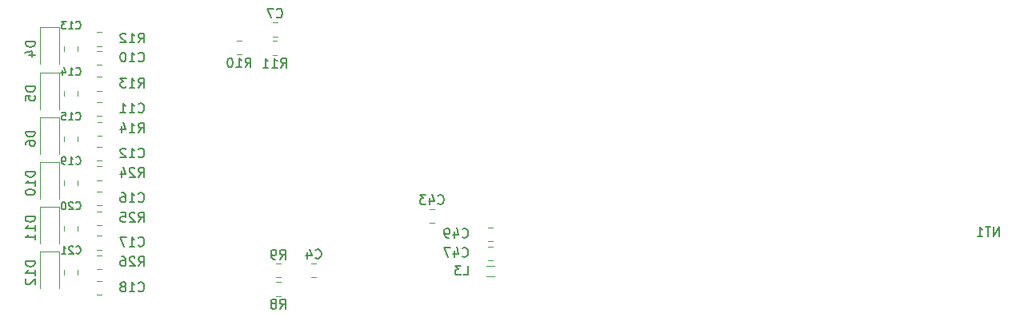
<source format=gbr>
G04 #@! TF.GenerationSoftware,KiCad,Pcbnew,5.1.9-73d0e3b20d~88~ubuntu18.04.1*
G04 #@! TF.CreationDate,2021-03-04T19:42:39-03:00*
G04 #@! TF.ProjectId,bms_hardware,626d735f-6861-4726-9477-6172652e6b69,rev?*
G04 #@! TF.SameCoordinates,Original*
G04 #@! TF.FileFunction,Legend,Bot*
G04 #@! TF.FilePolarity,Positive*
%FSLAX46Y46*%
G04 Gerber Fmt 4.6, Leading zero omitted, Abs format (unit mm)*
G04 Created by KiCad (PCBNEW 5.1.9-73d0e3b20d~88~ubuntu18.04.1) date 2021-03-04 19:42:39*
%MOMM*%
%LPD*%
G01*
G04 APERTURE LIST*
%ADD10C,0.120000*%
%ADD11C,0.150000*%
G04 APERTURE END LIST*
D10*
X98480000Y-101314000D02*
X100480000Y-101314000D01*
X100480000Y-101314000D02*
X100480000Y-105214000D01*
X98480000Y-101314000D02*
X98480000Y-105214000D01*
X104512936Y-97052500D02*
X104967064Y-97052500D01*
X104512936Y-98522500D02*
X104967064Y-98522500D01*
X98470000Y-120290000D02*
X100470000Y-120290000D01*
X100470000Y-120290000D02*
X100470000Y-124190000D01*
X98470000Y-120290000D02*
X98470000Y-124190000D01*
X139678748Y-115795000D02*
X140201252Y-115795000D01*
X139678748Y-117265000D02*
X140201252Y-117265000D01*
X146361252Y-121245000D02*
X145838748Y-121245000D01*
X146361252Y-119775000D02*
X145838748Y-119775000D01*
X146361252Y-119205000D02*
X145838748Y-119205000D01*
X146361252Y-117735000D02*
X145838748Y-117735000D01*
X127701252Y-121575000D02*
X127178748Y-121575000D01*
X127701252Y-123045000D02*
X127178748Y-123045000D01*
X123581252Y-97505000D02*
X123058748Y-97505000D01*
X123581252Y-96035000D02*
X123058748Y-96035000D01*
X104478748Y-99075000D02*
X105001252Y-99075000D01*
X104478748Y-100545000D02*
X105001252Y-100545000D01*
X104478748Y-105947500D02*
X105001252Y-105947500D01*
X104478748Y-104477500D02*
X105001252Y-104477500D01*
X104488748Y-110701500D02*
X105011252Y-110701500D01*
X104488748Y-109231500D02*
X105011252Y-109231500D01*
X100985000Y-98568748D02*
X100985000Y-99091252D01*
X102455000Y-98568748D02*
X102455000Y-99091252D01*
X102455000Y-103322748D02*
X102455000Y-103845252D01*
X100985000Y-103322748D02*
X100985000Y-103845252D01*
X102465000Y-108081248D02*
X102465000Y-108603752D01*
X100995000Y-108081248D02*
X100995000Y-108603752D01*
X104468748Y-115440000D02*
X104991252Y-115440000D01*
X104468748Y-113970000D02*
X104991252Y-113970000D01*
X104458748Y-120125000D02*
X104981252Y-120125000D01*
X104458748Y-118655000D02*
X104981252Y-118655000D01*
X104468748Y-123453500D02*
X104991252Y-123453500D01*
X104468748Y-124923500D02*
X104991252Y-124923500D01*
X100975000Y-112806248D02*
X100975000Y-113328752D01*
X102445000Y-112806248D02*
X102445000Y-113328752D01*
X102435000Y-117564748D02*
X102435000Y-118087252D01*
X100965000Y-117564748D02*
X100965000Y-118087252D01*
X102445000Y-122251248D02*
X102445000Y-122773752D01*
X100975000Y-122251248D02*
X100975000Y-122773752D01*
X98480000Y-96560000D02*
X98480000Y-100460000D01*
X100480000Y-96560000D02*
X100480000Y-100460000D01*
X98480000Y-96560000D02*
X100480000Y-96560000D01*
X145689758Y-121860000D02*
X146510242Y-121860000D01*
X145689758Y-122980000D02*
X146510242Y-122980000D01*
X123452936Y-125015000D02*
X123907064Y-125015000D01*
X123452936Y-123545000D02*
X123907064Y-123545000D01*
X123907064Y-123055000D02*
X123452936Y-123055000D01*
X123907064Y-121585000D02*
X123452936Y-121585000D01*
X119312936Y-99425000D02*
X119767064Y-99425000D01*
X119312936Y-97955000D02*
X119767064Y-97955000D01*
X123092936Y-97975000D02*
X123547064Y-97975000D01*
X123092936Y-99445000D02*
X123547064Y-99445000D01*
X104512936Y-103276500D02*
X104967064Y-103276500D01*
X104512936Y-101806500D02*
X104967064Y-101806500D01*
X104522936Y-106565000D02*
X104977064Y-106565000D01*
X104522936Y-108035000D02*
X104977064Y-108035000D01*
X104502936Y-111294500D02*
X104957064Y-111294500D01*
X104502936Y-112764500D02*
X104957064Y-112764500D01*
X104492936Y-116048500D02*
X104947064Y-116048500D01*
X104492936Y-117518500D02*
X104947064Y-117518500D01*
X104502936Y-120735000D02*
X104957064Y-120735000D01*
X104502936Y-122205000D02*
X104957064Y-122205000D01*
X98490000Y-106068000D02*
X100490000Y-106068000D01*
X100490000Y-106068000D02*
X100490000Y-109968000D01*
X98490000Y-106068000D02*
X98490000Y-109968000D01*
X98470000Y-110802000D02*
X100470000Y-110802000D01*
X100470000Y-110802000D02*
X100470000Y-114702000D01*
X98470000Y-110802000D02*
X98470000Y-114702000D01*
X98460000Y-115556000D02*
X98460000Y-119456000D01*
X100460000Y-115556000D02*
X100460000Y-119456000D01*
X98460000Y-115556000D02*
X100460000Y-115556000D01*
D11*
X199982857Y-118712380D02*
X199982857Y-117712380D01*
X199411428Y-118712380D01*
X199411428Y-117712380D01*
X199078095Y-117712380D02*
X198506666Y-117712380D01*
X198792380Y-118712380D02*
X198792380Y-117712380D01*
X197649523Y-118712380D02*
X198220952Y-118712380D01*
X197935238Y-118712380D02*
X197935238Y-117712380D01*
X198030476Y-117855238D01*
X198125714Y-117950476D01*
X198220952Y-117998095D01*
X97932380Y-102825904D02*
X96932380Y-102825904D01*
X96932380Y-103064000D01*
X96980000Y-103206857D01*
X97075238Y-103302095D01*
X97170476Y-103349714D01*
X97360952Y-103397333D01*
X97503809Y-103397333D01*
X97694285Y-103349714D01*
X97789523Y-103302095D01*
X97884761Y-103206857D01*
X97932380Y-103064000D01*
X97932380Y-102825904D01*
X96932380Y-104302095D02*
X96932380Y-103825904D01*
X97408571Y-103778285D01*
X97360952Y-103825904D01*
X97313333Y-103921142D01*
X97313333Y-104159238D01*
X97360952Y-104254476D01*
X97408571Y-104302095D01*
X97503809Y-104349714D01*
X97741904Y-104349714D01*
X97837142Y-104302095D01*
X97884761Y-104254476D01*
X97932380Y-104159238D01*
X97932380Y-103921142D01*
X97884761Y-103825904D01*
X97837142Y-103778285D01*
X108872857Y-98172380D02*
X109206190Y-97696190D01*
X109444285Y-98172380D02*
X109444285Y-97172380D01*
X109063333Y-97172380D01*
X108968095Y-97220000D01*
X108920476Y-97267619D01*
X108872857Y-97362857D01*
X108872857Y-97505714D01*
X108920476Y-97600952D01*
X108968095Y-97648571D01*
X109063333Y-97696190D01*
X109444285Y-97696190D01*
X107920476Y-98172380D02*
X108491904Y-98172380D01*
X108206190Y-98172380D02*
X108206190Y-97172380D01*
X108301428Y-97315238D01*
X108396666Y-97410476D01*
X108491904Y-97458095D01*
X107539523Y-97267619D02*
X107491904Y-97220000D01*
X107396666Y-97172380D01*
X107158571Y-97172380D01*
X107063333Y-97220000D01*
X107015714Y-97267619D01*
X106968095Y-97362857D01*
X106968095Y-97458095D01*
X107015714Y-97600952D01*
X107587142Y-98172380D01*
X106968095Y-98172380D01*
X97922380Y-121325714D02*
X96922380Y-121325714D01*
X96922380Y-121563809D01*
X96970000Y-121706666D01*
X97065238Y-121801904D01*
X97160476Y-121849523D01*
X97350952Y-121897142D01*
X97493809Y-121897142D01*
X97684285Y-121849523D01*
X97779523Y-121801904D01*
X97874761Y-121706666D01*
X97922380Y-121563809D01*
X97922380Y-121325714D01*
X97922380Y-122849523D02*
X97922380Y-122278095D01*
X97922380Y-122563809D02*
X96922380Y-122563809D01*
X97065238Y-122468571D01*
X97160476Y-122373333D01*
X97208095Y-122278095D01*
X97017619Y-123230476D02*
X96970000Y-123278095D01*
X96922380Y-123373333D01*
X96922380Y-123611428D01*
X96970000Y-123706666D01*
X97017619Y-123754285D01*
X97112857Y-123801904D01*
X97208095Y-123801904D01*
X97350952Y-123754285D01*
X97922380Y-123182857D01*
X97922380Y-123801904D01*
X140582857Y-115207142D02*
X140630476Y-115254761D01*
X140773333Y-115302380D01*
X140868571Y-115302380D01*
X141011428Y-115254761D01*
X141106666Y-115159523D01*
X141154285Y-115064285D01*
X141201904Y-114873809D01*
X141201904Y-114730952D01*
X141154285Y-114540476D01*
X141106666Y-114445238D01*
X141011428Y-114350000D01*
X140868571Y-114302380D01*
X140773333Y-114302380D01*
X140630476Y-114350000D01*
X140582857Y-114397619D01*
X139725714Y-114635714D02*
X139725714Y-115302380D01*
X139963809Y-114254761D02*
X140201904Y-114969047D01*
X139582857Y-114969047D01*
X139297142Y-114302380D02*
X138678095Y-114302380D01*
X139011428Y-114683333D01*
X138868571Y-114683333D01*
X138773333Y-114730952D01*
X138725714Y-114778571D01*
X138678095Y-114873809D01*
X138678095Y-115111904D01*
X138725714Y-115207142D01*
X138773333Y-115254761D01*
X138868571Y-115302380D01*
X139154285Y-115302380D01*
X139249523Y-115254761D01*
X139297142Y-115207142D01*
X143152857Y-120799642D02*
X143200476Y-120847261D01*
X143343333Y-120894880D01*
X143438571Y-120894880D01*
X143581428Y-120847261D01*
X143676666Y-120752023D01*
X143724285Y-120656785D01*
X143771904Y-120466309D01*
X143771904Y-120323452D01*
X143724285Y-120132976D01*
X143676666Y-120037738D01*
X143581428Y-119942500D01*
X143438571Y-119894880D01*
X143343333Y-119894880D01*
X143200476Y-119942500D01*
X143152857Y-119990119D01*
X142295714Y-120228214D02*
X142295714Y-120894880D01*
X142533809Y-119847261D02*
X142771904Y-120561547D01*
X142152857Y-120561547D01*
X141867142Y-119894880D02*
X141200476Y-119894880D01*
X141629047Y-120894880D01*
X143152857Y-118759642D02*
X143200476Y-118807261D01*
X143343333Y-118854880D01*
X143438571Y-118854880D01*
X143581428Y-118807261D01*
X143676666Y-118712023D01*
X143724285Y-118616785D01*
X143771904Y-118426309D01*
X143771904Y-118283452D01*
X143724285Y-118092976D01*
X143676666Y-117997738D01*
X143581428Y-117902500D01*
X143438571Y-117854880D01*
X143343333Y-117854880D01*
X143200476Y-117902500D01*
X143152857Y-117950119D01*
X142295714Y-118188214D02*
X142295714Y-118854880D01*
X142533809Y-117807261D02*
X142771904Y-118521547D01*
X142152857Y-118521547D01*
X141724285Y-118854880D02*
X141533809Y-118854880D01*
X141438571Y-118807261D01*
X141390952Y-118759642D01*
X141295714Y-118616785D01*
X141248095Y-118426309D01*
X141248095Y-118045357D01*
X141295714Y-117950119D01*
X141343333Y-117902500D01*
X141438571Y-117854880D01*
X141629047Y-117854880D01*
X141724285Y-117902500D01*
X141771904Y-117950119D01*
X141819523Y-118045357D01*
X141819523Y-118283452D01*
X141771904Y-118378690D01*
X141724285Y-118426309D01*
X141629047Y-118473928D01*
X141438571Y-118473928D01*
X141343333Y-118426309D01*
X141295714Y-118378690D01*
X141248095Y-118283452D01*
X127606666Y-120987142D02*
X127654285Y-121034761D01*
X127797142Y-121082380D01*
X127892380Y-121082380D01*
X128035238Y-121034761D01*
X128130476Y-120939523D01*
X128178095Y-120844285D01*
X128225714Y-120653809D01*
X128225714Y-120510952D01*
X128178095Y-120320476D01*
X128130476Y-120225238D01*
X128035238Y-120130000D01*
X127892380Y-120082380D01*
X127797142Y-120082380D01*
X127654285Y-120130000D01*
X127606666Y-120177619D01*
X126749523Y-120415714D02*
X126749523Y-121082380D01*
X126987619Y-120034761D02*
X127225714Y-120749047D01*
X126606666Y-120749047D01*
X123486666Y-95447142D02*
X123534285Y-95494761D01*
X123677142Y-95542380D01*
X123772380Y-95542380D01*
X123915238Y-95494761D01*
X124010476Y-95399523D01*
X124058095Y-95304285D01*
X124105714Y-95113809D01*
X124105714Y-94970952D01*
X124058095Y-94780476D01*
X124010476Y-94685238D01*
X123915238Y-94590000D01*
X123772380Y-94542380D01*
X123677142Y-94542380D01*
X123534285Y-94590000D01*
X123486666Y-94637619D01*
X123153333Y-94542380D02*
X122486666Y-94542380D01*
X122915238Y-95542380D01*
X108872857Y-100099642D02*
X108920476Y-100147261D01*
X109063333Y-100194880D01*
X109158571Y-100194880D01*
X109301428Y-100147261D01*
X109396666Y-100052023D01*
X109444285Y-99956785D01*
X109491904Y-99766309D01*
X109491904Y-99623452D01*
X109444285Y-99432976D01*
X109396666Y-99337738D01*
X109301428Y-99242500D01*
X109158571Y-99194880D01*
X109063333Y-99194880D01*
X108920476Y-99242500D01*
X108872857Y-99290119D01*
X107920476Y-100194880D02*
X108491904Y-100194880D01*
X108206190Y-100194880D02*
X108206190Y-99194880D01*
X108301428Y-99337738D01*
X108396666Y-99432976D01*
X108491904Y-99480595D01*
X107301428Y-99194880D02*
X107206190Y-99194880D01*
X107110952Y-99242500D01*
X107063333Y-99290119D01*
X107015714Y-99385357D01*
X106968095Y-99575833D01*
X106968095Y-99813928D01*
X107015714Y-100004404D01*
X107063333Y-100099642D01*
X107110952Y-100147261D01*
X107206190Y-100194880D01*
X107301428Y-100194880D01*
X107396666Y-100147261D01*
X107444285Y-100099642D01*
X107491904Y-100004404D01*
X107539523Y-99813928D01*
X107539523Y-99575833D01*
X107491904Y-99385357D01*
X107444285Y-99290119D01*
X107396666Y-99242500D01*
X107301428Y-99194880D01*
X108872857Y-105502142D02*
X108920476Y-105549761D01*
X109063333Y-105597380D01*
X109158571Y-105597380D01*
X109301428Y-105549761D01*
X109396666Y-105454523D01*
X109444285Y-105359285D01*
X109491904Y-105168809D01*
X109491904Y-105025952D01*
X109444285Y-104835476D01*
X109396666Y-104740238D01*
X109301428Y-104645000D01*
X109158571Y-104597380D01*
X109063333Y-104597380D01*
X108920476Y-104645000D01*
X108872857Y-104692619D01*
X107920476Y-105597380D02*
X108491904Y-105597380D01*
X108206190Y-105597380D02*
X108206190Y-104597380D01*
X108301428Y-104740238D01*
X108396666Y-104835476D01*
X108491904Y-104883095D01*
X106968095Y-105597380D02*
X107539523Y-105597380D01*
X107253809Y-105597380D02*
X107253809Y-104597380D01*
X107349047Y-104740238D01*
X107444285Y-104835476D01*
X107539523Y-104883095D01*
X108872857Y-110256142D02*
X108920476Y-110303761D01*
X109063333Y-110351380D01*
X109158571Y-110351380D01*
X109301428Y-110303761D01*
X109396666Y-110208523D01*
X109444285Y-110113285D01*
X109491904Y-109922809D01*
X109491904Y-109779952D01*
X109444285Y-109589476D01*
X109396666Y-109494238D01*
X109301428Y-109399000D01*
X109158571Y-109351380D01*
X109063333Y-109351380D01*
X108920476Y-109399000D01*
X108872857Y-109446619D01*
X107920476Y-110351380D02*
X108491904Y-110351380D01*
X108206190Y-110351380D02*
X108206190Y-109351380D01*
X108301428Y-109494238D01*
X108396666Y-109589476D01*
X108491904Y-109637095D01*
X107539523Y-109446619D02*
X107491904Y-109399000D01*
X107396666Y-109351380D01*
X107158571Y-109351380D01*
X107063333Y-109399000D01*
X107015714Y-109446619D01*
X106968095Y-109541857D01*
X106968095Y-109637095D01*
X107015714Y-109779952D01*
X107587142Y-110351380D01*
X106968095Y-110351380D01*
X102264285Y-96625714D02*
X102302380Y-96663809D01*
X102416666Y-96701904D01*
X102492857Y-96701904D01*
X102607142Y-96663809D01*
X102683333Y-96587619D01*
X102721428Y-96511428D01*
X102759523Y-96359047D01*
X102759523Y-96244761D01*
X102721428Y-96092380D01*
X102683333Y-96016190D01*
X102607142Y-95940000D01*
X102492857Y-95901904D01*
X102416666Y-95901904D01*
X102302380Y-95940000D01*
X102264285Y-95978095D01*
X101502380Y-96701904D02*
X101959523Y-96701904D01*
X101730952Y-96701904D02*
X101730952Y-95901904D01*
X101807142Y-96016190D01*
X101883333Y-96092380D01*
X101959523Y-96130476D01*
X101235714Y-95901904D02*
X100740476Y-95901904D01*
X101007142Y-96206666D01*
X100892857Y-96206666D01*
X100816666Y-96244761D01*
X100778571Y-96282857D01*
X100740476Y-96359047D01*
X100740476Y-96549523D01*
X100778571Y-96625714D01*
X100816666Y-96663809D01*
X100892857Y-96701904D01*
X101121428Y-96701904D01*
X101197619Y-96663809D01*
X101235714Y-96625714D01*
X102264285Y-101525714D02*
X102302380Y-101563809D01*
X102416666Y-101601904D01*
X102492857Y-101601904D01*
X102607142Y-101563809D01*
X102683333Y-101487619D01*
X102721428Y-101411428D01*
X102759523Y-101259047D01*
X102759523Y-101144761D01*
X102721428Y-100992380D01*
X102683333Y-100916190D01*
X102607142Y-100840000D01*
X102492857Y-100801904D01*
X102416666Y-100801904D01*
X102302380Y-100840000D01*
X102264285Y-100878095D01*
X101502380Y-101601904D02*
X101959523Y-101601904D01*
X101730952Y-101601904D02*
X101730952Y-100801904D01*
X101807142Y-100916190D01*
X101883333Y-100992380D01*
X101959523Y-101030476D01*
X100816666Y-101068571D02*
X100816666Y-101601904D01*
X101007142Y-100763809D02*
X101197619Y-101335238D01*
X100702380Y-101335238D01*
X102264285Y-106285714D02*
X102302380Y-106323809D01*
X102416666Y-106361904D01*
X102492857Y-106361904D01*
X102607142Y-106323809D01*
X102683333Y-106247619D01*
X102721428Y-106171428D01*
X102759523Y-106019047D01*
X102759523Y-105904761D01*
X102721428Y-105752380D01*
X102683333Y-105676190D01*
X102607142Y-105600000D01*
X102492857Y-105561904D01*
X102416666Y-105561904D01*
X102302380Y-105600000D01*
X102264285Y-105638095D01*
X101502380Y-106361904D02*
X101959523Y-106361904D01*
X101730952Y-106361904D02*
X101730952Y-105561904D01*
X101807142Y-105676190D01*
X101883333Y-105752380D01*
X101959523Y-105790476D01*
X100778571Y-105561904D02*
X101159523Y-105561904D01*
X101197619Y-105942857D01*
X101159523Y-105904761D01*
X101083333Y-105866666D01*
X100892857Y-105866666D01*
X100816666Y-105904761D01*
X100778571Y-105942857D01*
X100740476Y-106019047D01*
X100740476Y-106209523D01*
X100778571Y-106285714D01*
X100816666Y-106323809D01*
X100892857Y-106361904D01*
X101083333Y-106361904D01*
X101159523Y-106323809D01*
X101197619Y-106285714D01*
X108872857Y-114994642D02*
X108920476Y-115042261D01*
X109063333Y-115089880D01*
X109158571Y-115089880D01*
X109301428Y-115042261D01*
X109396666Y-114947023D01*
X109444285Y-114851785D01*
X109491904Y-114661309D01*
X109491904Y-114518452D01*
X109444285Y-114327976D01*
X109396666Y-114232738D01*
X109301428Y-114137500D01*
X109158571Y-114089880D01*
X109063333Y-114089880D01*
X108920476Y-114137500D01*
X108872857Y-114185119D01*
X107920476Y-115089880D02*
X108491904Y-115089880D01*
X108206190Y-115089880D02*
X108206190Y-114089880D01*
X108301428Y-114232738D01*
X108396666Y-114327976D01*
X108491904Y-114375595D01*
X107063333Y-114089880D02*
X107253809Y-114089880D01*
X107349047Y-114137500D01*
X107396666Y-114185119D01*
X107491904Y-114327976D01*
X107539523Y-114518452D01*
X107539523Y-114899404D01*
X107491904Y-114994642D01*
X107444285Y-115042261D01*
X107349047Y-115089880D01*
X107158571Y-115089880D01*
X107063333Y-115042261D01*
X107015714Y-114994642D01*
X106968095Y-114899404D01*
X106968095Y-114661309D01*
X107015714Y-114566071D01*
X107063333Y-114518452D01*
X107158571Y-114470833D01*
X107349047Y-114470833D01*
X107444285Y-114518452D01*
X107491904Y-114566071D01*
X107539523Y-114661309D01*
X108872857Y-119679642D02*
X108920476Y-119727261D01*
X109063333Y-119774880D01*
X109158571Y-119774880D01*
X109301428Y-119727261D01*
X109396666Y-119632023D01*
X109444285Y-119536785D01*
X109491904Y-119346309D01*
X109491904Y-119203452D01*
X109444285Y-119012976D01*
X109396666Y-118917738D01*
X109301428Y-118822500D01*
X109158571Y-118774880D01*
X109063333Y-118774880D01*
X108920476Y-118822500D01*
X108872857Y-118870119D01*
X107920476Y-119774880D02*
X108491904Y-119774880D01*
X108206190Y-119774880D02*
X108206190Y-118774880D01*
X108301428Y-118917738D01*
X108396666Y-119012976D01*
X108491904Y-119060595D01*
X107587142Y-118774880D02*
X106920476Y-118774880D01*
X107349047Y-119774880D01*
X108872857Y-124478142D02*
X108920476Y-124525761D01*
X109063333Y-124573380D01*
X109158571Y-124573380D01*
X109301428Y-124525761D01*
X109396666Y-124430523D01*
X109444285Y-124335285D01*
X109491904Y-124144809D01*
X109491904Y-124001952D01*
X109444285Y-123811476D01*
X109396666Y-123716238D01*
X109301428Y-123621000D01*
X109158571Y-123573380D01*
X109063333Y-123573380D01*
X108920476Y-123621000D01*
X108872857Y-123668619D01*
X107920476Y-124573380D02*
X108491904Y-124573380D01*
X108206190Y-124573380D02*
X108206190Y-123573380D01*
X108301428Y-123716238D01*
X108396666Y-123811476D01*
X108491904Y-123859095D01*
X107349047Y-124001952D02*
X107444285Y-123954333D01*
X107491904Y-123906714D01*
X107539523Y-123811476D01*
X107539523Y-123763857D01*
X107491904Y-123668619D01*
X107444285Y-123621000D01*
X107349047Y-123573380D01*
X107158571Y-123573380D01*
X107063333Y-123621000D01*
X107015714Y-123668619D01*
X106968095Y-123763857D01*
X106968095Y-123811476D01*
X107015714Y-123906714D01*
X107063333Y-123954333D01*
X107158571Y-124001952D01*
X107349047Y-124001952D01*
X107444285Y-124049571D01*
X107491904Y-124097190D01*
X107539523Y-124192428D01*
X107539523Y-124382904D01*
X107491904Y-124478142D01*
X107444285Y-124525761D01*
X107349047Y-124573380D01*
X107158571Y-124573380D01*
X107063333Y-124525761D01*
X107015714Y-124478142D01*
X106968095Y-124382904D01*
X106968095Y-124192428D01*
X107015714Y-124097190D01*
X107063333Y-124049571D01*
X107158571Y-124001952D01*
X102264285Y-111005714D02*
X102302380Y-111043809D01*
X102416666Y-111081904D01*
X102492857Y-111081904D01*
X102607142Y-111043809D01*
X102683333Y-110967619D01*
X102721428Y-110891428D01*
X102759523Y-110739047D01*
X102759523Y-110624761D01*
X102721428Y-110472380D01*
X102683333Y-110396190D01*
X102607142Y-110320000D01*
X102492857Y-110281904D01*
X102416666Y-110281904D01*
X102302380Y-110320000D01*
X102264285Y-110358095D01*
X101502380Y-111081904D02*
X101959523Y-111081904D01*
X101730952Y-111081904D02*
X101730952Y-110281904D01*
X101807142Y-110396190D01*
X101883333Y-110472380D01*
X101959523Y-110510476D01*
X101121428Y-111081904D02*
X100969047Y-111081904D01*
X100892857Y-111043809D01*
X100854761Y-111005714D01*
X100778571Y-110891428D01*
X100740476Y-110739047D01*
X100740476Y-110434285D01*
X100778571Y-110358095D01*
X100816666Y-110320000D01*
X100892857Y-110281904D01*
X101045238Y-110281904D01*
X101121428Y-110320000D01*
X101159523Y-110358095D01*
X101197619Y-110434285D01*
X101197619Y-110624761D01*
X101159523Y-110700952D01*
X101121428Y-110739047D01*
X101045238Y-110777142D01*
X100892857Y-110777142D01*
X100816666Y-110739047D01*
X100778571Y-110700952D01*
X100740476Y-110624761D01*
X102264285Y-115785714D02*
X102302380Y-115823809D01*
X102416666Y-115861904D01*
X102492857Y-115861904D01*
X102607142Y-115823809D01*
X102683333Y-115747619D01*
X102721428Y-115671428D01*
X102759523Y-115519047D01*
X102759523Y-115404761D01*
X102721428Y-115252380D01*
X102683333Y-115176190D01*
X102607142Y-115100000D01*
X102492857Y-115061904D01*
X102416666Y-115061904D01*
X102302380Y-115100000D01*
X102264285Y-115138095D01*
X101959523Y-115138095D02*
X101921428Y-115100000D01*
X101845238Y-115061904D01*
X101654761Y-115061904D01*
X101578571Y-115100000D01*
X101540476Y-115138095D01*
X101502380Y-115214285D01*
X101502380Y-115290476D01*
X101540476Y-115404761D01*
X101997619Y-115861904D01*
X101502380Y-115861904D01*
X101007142Y-115061904D02*
X100930952Y-115061904D01*
X100854761Y-115100000D01*
X100816666Y-115138095D01*
X100778571Y-115214285D01*
X100740476Y-115366666D01*
X100740476Y-115557142D01*
X100778571Y-115709523D01*
X100816666Y-115785714D01*
X100854761Y-115823809D01*
X100930952Y-115861904D01*
X101007142Y-115861904D01*
X101083333Y-115823809D01*
X101121428Y-115785714D01*
X101159523Y-115709523D01*
X101197619Y-115557142D01*
X101197619Y-115366666D01*
X101159523Y-115214285D01*
X101121428Y-115138095D01*
X101083333Y-115100000D01*
X101007142Y-115061904D01*
X102264285Y-120475714D02*
X102302380Y-120513809D01*
X102416666Y-120551904D01*
X102492857Y-120551904D01*
X102607142Y-120513809D01*
X102683333Y-120437619D01*
X102721428Y-120361428D01*
X102759523Y-120209047D01*
X102759523Y-120094761D01*
X102721428Y-119942380D01*
X102683333Y-119866190D01*
X102607142Y-119790000D01*
X102492857Y-119751904D01*
X102416666Y-119751904D01*
X102302380Y-119790000D01*
X102264285Y-119828095D01*
X101959523Y-119828095D02*
X101921428Y-119790000D01*
X101845238Y-119751904D01*
X101654761Y-119751904D01*
X101578571Y-119790000D01*
X101540476Y-119828095D01*
X101502380Y-119904285D01*
X101502380Y-119980476D01*
X101540476Y-120094761D01*
X101997619Y-120551904D01*
X101502380Y-120551904D01*
X100740476Y-120551904D02*
X101197619Y-120551904D01*
X100969047Y-120551904D02*
X100969047Y-119751904D01*
X101045238Y-119866190D01*
X101121428Y-119942380D01*
X101197619Y-119980476D01*
X97932380Y-98071904D02*
X96932380Y-98071904D01*
X96932380Y-98310000D01*
X96980000Y-98452857D01*
X97075238Y-98548095D01*
X97170476Y-98595714D01*
X97360952Y-98643333D01*
X97503809Y-98643333D01*
X97694285Y-98595714D01*
X97789523Y-98548095D01*
X97884761Y-98452857D01*
X97932380Y-98310000D01*
X97932380Y-98071904D01*
X97265714Y-99500476D02*
X97932380Y-99500476D01*
X96884761Y-99262380D02*
X97599047Y-99024285D01*
X97599047Y-99643333D01*
X143248094Y-122804880D02*
X143724285Y-122804880D01*
X143724285Y-121804880D01*
X143009999Y-121804880D02*
X142390951Y-121804880D01*
X142724285Y-122185833D01*
X142581428Y-122185833D01*
X142486189Y-122233452D01*
X142438570Y-122281071D01*
X142390951Y-122376309D01*
X142390951Y-122614404D01*
X142438570Y-122709642D01*
X142486189Y-122757261D01*
X142581428Y-122804880D01*
X142867142Y-122804880D01*
X142962380Y-122757261D01*
X143009999Y-122709642D01*
X123846666Y-126382380D02*
X124180000Y-125906190D01*
X124418095Y-126382380D02*
X124418095Y-125382380D01*
X124037142Y-125382380D01*
X123941904Y-125430000D01*
X123894285Y-125477619D01*
X123846666Y-125572857D01*
X123846666Y-125715714D01*
X123894285Y-125810952D01*
X123941904Y-125858571D01*
X124037142Y-125906190D01*
X124418095Y-125906190D01*
X123275238Y-125810952D02*
X123370476Y-125763333D01*
X123418095Y-125715714D01*
X123465714Y-125620476D01*
X123465714Y-125572857D01*
X123418095Y-125477619D01*
X123370476Y-125430000D01*
X123275238Y-125382380D01*
X123084761Y-125382380D01*
X122989523Y-125430000D01*
X122941904Y-125477619D01*
X122894285Y-125572857D01*
X122894285Y-125620476D01*
X122941904Y-125715714D01*
X122989523Y-125763333D01*
X123084761Y-125810952D01*
X123275238Y-125810952D01*
X123370476Y-125858571D01*
X123418095Y-125906190D01*
X123465714Y-126001428D01*
X123465714Y-126191904D01*
X123418095Y-126287142D01*
X123370476Y-126334761D01*
X123275238Y-126382380D01*
X123084761Y-126382380D01*
X122989523Y-126334761D01*
X122941904Y-126287142D01*
X122894285Y-126191904D01*
X122894285Y-126001428D01*
X122941904Y-125906190D01*
X122989523Y-125858571D01*
X123084761Y-125810952D01*
X123846666Y-121122380D02*
X124180000Y-120646190D01*
X124418095Y-121122380D02*
X124418095Y-120122380D01*
X124037142Y-120122380D01*
X123941904Y-120170000D01*
X123894285Y-120217619D01*
X123846666Y-120312857D01*
X123846666Y-120455714D01*
X123894285Y-120550952D01*
X123941904Y-120598571D01*
X124037142Y-120646190D01*
X124418095Y-120646190D01*
X123370476Y-121122380D02*
X123180000Y-121122380D01*
X123084761Y-121074761D01*
X123037142Y-121027142D01*
X122941904Y-120884285D01*
X122894285Y-120693809D01*
X122894285Y-120312857D01*
X122941904Y-120217619D01*
X122989523Y-120170000D01*
X123084761Y-120122380D01*
X123275238Y-120122380D01*
X123370476Y-120170000D01*
X123418095Y-120217619D01*
X123465714Y-120312857D01*
X123465714Y-120550952D01*
X123418095Y-120646190D01*
X123370476Y-120693809D01*
X123275238Y-120741428D01*
X123084761Y-120741428D01*
X122989523Y-120693809D01*
X122941904Y-120646190D01*
X122894285Y-120550952D01*
X120182857Y-100792380D02*
X120516190Y-100316190D01*
X120754285Y-100792380D02*
X120754285Y-99792380D01*
X120373333Y-99792380D01*
X120278095Y-99840000D01*
X120230476Y-99887619D01*
X120182857Y-99982857D01*
X120182857Y-100125714D01*
X120230476Y-100220952D01*
X120278095Y-100268571D01*
X120373333Y-100316190D01*
X120754285Y-100316190D01*
X119230476Y-100792380D02*
X119801904Y-100792380D01*
X119516190Y-100792380D02*
X119516190Y-99792380D01*
X119611428Y-99935238D01*
X119706666Y-100030476D01*
X119801904Y-100078095D01*
X118611428Y-99792380D02*
X118516190Y-99792380D01*
X118420952Y-99840000D01*
X118373333Y-99887619D01*
X118325714Y-99982857D01*
X118278095Y-100173333D01*
X118278095Y-100411428D01*
X118325714Y-100601904D01*
X118373333Y-100697142D01*
X118420952Y-100744761D01*
X118516190Y-100792380D01*
X118611428Y-100792380D01*
X118706666Y-100744761D01*
X118754285Y-100697142D01*
X118801904Y-100601904D01*
X118849523Y-100411428D01*
X118849523Y-100173333D01*
X118801904Y-99982857D01*
X118754285Y-99887619D01*
X118706666Y-99840000D01*
X118611428Y-99792380D01*
X123962857Y-100812380D02*
X124296190Y-100336190D01*
X124534285Y-100812380D02*
X124534285Y-99812380D01*
X124153333Y-99812380D01*
X124058095Y-99860000D01*
X124010476Y-99907619D01*
X123962857Y-100002857D01*
X123962857Y-100145714D01*
X124010476Y-100240952D01*
X124058095Y-100288571D01*
X124153333Y-100336190D01*
X124534285Y-100336190D01*
X123010476Y-100812380D02*
X123581904Y-100812380D01*
X123296190Y-100812380D02*
X123296190Y-99812380D01*
X123391428Y-99955238D01*
X123486666Y-100050476D01*
X123581904Y-100098095D01*
X122058095Y-100812380D02*
X122629523Y-100812380D01*
X122343809Y-100812380D02*
X122343809Y-99812380D01*
X122439047Y-99955238D01*
X122534285Y-100050476D01*
X122629523Y-100098095D01*
X108872857Y-102926380D02*
X109206190Y-102450190D01*
X109444285Y-102926380D02*
X109444285Y-101926380D01*
X109063333Y-101926380D01*
X108968095Y-101974000D01*
X108920476Y-102021619D01*
X108872857Y-102116857D01*
X108872857Y-102259714D01*
X108920476Y-102354952D01*
X108968095Y-102402571D01*
X109063333Y-102450190D01*
X109444285Y-102450190D01*
X107920476Y-102926380D02*
X108491904Y-102926380D01*
X108206190Y-102926380D02*
X108206190Y-101926380D01*
X108301428Y-102069238D01*
X108396666Y-102164476D01*
X108491904Y-102212095D01*
X107587142Y-101926380D02*
X106968095Y-101926380D01*
X107301428Y-102307333D01*
X107158571Y-102307333D01*
X107063333Y-102354952D01*
X107015714Y-102402571D01*
X106968095Y-102497809D01*
X106968095Y-102735904D01*
X107015714Y-102831142D01*
X107063333Y-102878761D01*
X107158571Y-102926380D01*
X107444285Y-102926380D01*
X107539523Y-102878761D01*
X107587142Y-102831142D01*
X108872857Y-107684880D02*
X109206190Y-107208690D01*
X109444285Y-107684880D02*
X109444285Y-106684880D01*
X109063333Y-106684880D01*
X108968095Y-106732500D01*
X108920476Y-106780119D01*
X108872857Y-106875357D01*
X108872857Y-107018214D01*
X108920476Y-107113452D01*
X108968095Y-107161071D01*
X109063333Y-107208690D01*
X109444285Y-107208690D01*
X107920476Y-107684880D02*
X108491904Y-107684880D01*
X108206190Y-107684880D02*
X108206190Y-106684880D01*
X108301428Y-106827738D01*
X108396666Y-106922976D01*
X108491904Y-106970595D01*
X107063333Y-107018214D02*
X107063333Y-107684880D01*
X107301428Y-106637261D02*
X107539523Y-107351547D01*
X106920476Y-107351547D01*
X108872857Y-112414380D02*
X109206190Y-111938190D01*
X109444285Y-112414380D02*
X109444285Y-111414380D01*
X109063333Y-111414380D01*
X108968095Y-111462000D01*
X108920476Y-111509619D01*
X108872857Y-111604857D01*
X108872857Y-111747714D01*
X108920476Y-111842952D01*
X108968095Y-111890571D01*
X109063333Y-111938190D01*
X109444285Y-111938190D01*
X108491904Y-111509619D02*
X108444285Y-111462000D01*
X108349047Y-111414380D01*
X108110952Y-111414380D01*
X108015714Y-111462000D01*
X107968095Y-111509619D01*
X107920476Y-111604857D01*
X107920476Y-111700095D01*
X107968095Y-111842952D01*
X108539523Y-112414380D01*
X107920476Y-112414380D01*
X107063333Y-111747714D02*
X107063333Y-112414380D01*
X107301428Y-111366761D02*
X107539523Y-112081047D01*
X106920476Y-112081047D01*
X108872857Y-117168380D02*
X109206190Y-116692190D01*
X109444285Y-117168380D02*
X109444285Y-116168380D01*
X109063333Y-116168380D01*
X108968095Y-116216000D01*
X108920476Y-116263619D01*
X108872857Y-116358857D01*
X108872857Y-116501714D01*
X108920476Y-116596952D01*
X108968095Y-116644571D01*
X109063333Y-116692190D01*
X109444285Y-116692190D01*
X108491904Y-116263619D02*
X108444285Y-116216000D01*
X108349047Y-116168380D01*
X108110952Y-116168380D01*
X108015714Y-116216000D01*
X107968095Y-116263619D01*
X107920476Y-116358857D01*
X107920476Y-116454095D01*
X107968095Y-116596952D01*
X108539523Y-117168380D01*
X107920476Y-117168380D01*
X107015714Y-116168380D02*
X107491904Y-116168380D01*
X107539523Y-116644571D01*
X107491904Y-116596952D01*
X107396666Y-116549333D01*
X107158571Y-116549333D01*
X107063333Y-116596952D01*
X107015714Y-116644571D01*
X106968095Y-116739809D01*
X106968095Y-116977904D01*
X107015714Y-117073142D01*
X107063333Y-117120761D01*
X107158571Y-117168380D01*
X107396666Y-117168380D01*
X107491904Y-117120761D01*
X107539523Y-117073142D01*
X108872857Y-121854880D02*
X109206190Y-121378690D01*
X109444285Y-121854880D02*
X109444285Y-120854880D01*
X109063333Y-120854880D01*
X108968095Y-120902500D01*
X108920476Y-120950119D01*
X108872857Y-121045357D01*
X108872857Y-121188214D01*
X108920476Y-121283452D01*
X108968095Y-121331071D01*
X109063333Y-121378690D01*
X109444285Y-121378690D01*
X108491904Y-120950119D02*
X108444285Y-120902500D01*
X108349047Y-120854880D01*
X108110952Y-120854880D01*
X108015714Y-120902500D01*
X107968095Y-120950119D01*
X107920476Y-121045357D01*
X107920476Y-121140595D01*
X107968095Y-121283452D01*
X108539523Y-121854880D01*
X107920476Y-121854880D01*
X107063333Y-120854880D02*
X107253809Y-120854880D01*
X107349047Y-120902500D01*
X107396666Y-120950119D01*
X107491904Y-121092976D01*
X107539523Y-121283452D01*
X107539523Y-121664404D01*
X107491904Y-121759642D01*
X107444285Y-121807261D01*
X107349047Y-121854880D01*
X107158571Y-121854880D01*
X107063333Y-121807261D01*
X107015714Y-121759642D01*
X106968095Y-121664404D01*
X106968095Y-121426309D01*
X107015714Y-121331071D01*
X107063333Y-121283452D01*
X107158571Y-121235833D01*
X107349047Y-121235833D01*
X107444285Y-121283452D01*
X107491904Y-121331071D01*
X107539523Y-121426309D01*
X97942380Y-107579904D02*
X96942380Y-107579904D01*
X96942380Y-107818000D01*
X96990000Y-107960857D01*
X97085238Y-108056095D01*
X97180476Y-108103714D01*
X97370952Y-108151333D01*
X97513809Y-108151333D01*
X97704285Y-108103714D01*
X97799523Y-108056095D01*
X97894761Y-107960857D01*
X97942380Y-107818000D01*
X97942380Y-107579904D01*
X96942380Y-109008476D02*
X96942380Y-108818000D01*
X96990000Y-108722761D01*
X97037619Y-108675142D01*
X97180476Y-108579904D01*
X97370952Y-108532285D01*
X97751904Y-108532285D01*
X97847142Y-108579904D01*
X97894761Y-108627523D01*
X97942380Y-108722761D01*
X97942380Y-108913238D01*
X97894761Y-109008476D01*
X97847142Y-109056095D01*
X97751904Y-109103714D01*
X97513809Y-109103714D01*
X97418571Y-109056095D01*
X97370952Y-109008476D01*
X97323333Y-108913238D01*
X97323333Y-108722761D01*
X97370952Y-108627523D01*
X97418571Y-108579904D01*
X97513809Y-108532285D01*
X97922380Y-111837714D02*
X96922380Y-111837714D01*
X96922380Y-112075809D01*
X96970000Y-112218666D01*
X97065238Y-112313904D01*
X97160476Y-112361523D01*
X97350952Y-112409142D01*
X97493809Y-112409142D01*
X97684285Y-112361523D01*
X97779523Y-112313904D01*
X97874761Y-112218666D01*
X97922380Y-112075809D01*
X97922380Y-111837714D01*
X97922380Y-113361523D02*
X97922380Y-112790095D01*
X97922380Y-113075809D02*
X96922380Y-113075809D01*
X97065238Y-112980571D01*
X97160476Y-112885333D01*
X97208095Y-112790095D01*
X96922380Y-113980571D02*
X96922380Y-114075809D01*
X96970000Y-114171047D01*
X97017619Y-114218666D01*
X97112857Y-114266285D01*
X97303333Y-114313904D01*
X97541428Y-114313904D01*
X97731904Y-114266285D01*
X97827142Y-114218666D01*
X97874761Y-114171047D01*
X97922380Y-114075809D01*
X97922380Y-113980571D01*
X97874761Y-113885333D01*
X97827142Y-113837714D01*
X97731904Y-113790095D01*
X97541428Y-113742476D01*
X97303333Y-113742476D01*
X97112857Y-113790095D01*
X97017619Y-113837714D01*
X96970000Y-113885333D01*
X96922380Y-113980571D01*
X97912380Y-116591714D02*
X96912380Y-116591714D01*
X96912380Y-116829809D01*
X96960000Y-116972666D01*
X97055238Y-117067904D01*
X97150476Y-117115523D01*
X97340952Y-117163142D01*
X97483809Y-117163142D01*
X97674285Y-117115523D01*
X97769523Y-117067904D01*
X97864761Y-116972666D01*
X97912380Y-116829809D01*
X97912380Y-116591714D01*
X97912380Y-118115523D02*
X97912380Y-117544095D01*
X97912380Y-117829809D02*
X96912380Y-117829809D01*
X97055238Y-117734571D01*
X97150476Y-117639333D01*
X97198095Y-117544095D01*
X97912380Y-119067904D02*
X97912380Y-118496476D01*
X97912380Y-118782190D02*
X96912380Y-118782190D01*
X97055238Y-118686952D01*
X97150476Y-118591714D01*
X97198095Y-118496476D01*
M02*

</source>
